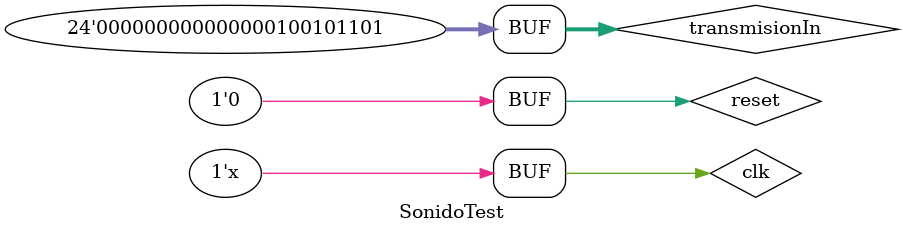
<source format=v>
`timescale 1ns / 1ps


module SonidoTest;

	// Inputs
	reg clk;

	// Outputs
	wire MCLK;
	wire LRCLK;
	wire SDIN;
	wire gnd;
	wire vcc;
	reg [23:0] transmisionIn;
	reg reset;

	// Instantiate the Unit Under Test (UUT)
	Sonido uut (
		.clk(clk), 
		.MCLK(MCLK), 
		.LRCLK(LRCLK), 
		.SDIN(SDIN), 
		.gnd(gnd), 
		.vcc(vcc),
		.transmisionIn(transmisionIn),
		.reset(reset)
	);

	initial begin
		// Initialize Inputs
		clk = 1;
		transmisionIn=0;
		reset = 1;
		#60 reset = 0;
		// Wait 100 ns for global reset to finish
		#3800 transmisionIn = 101;
		#3860 transmisionIn = 24'b100000000000000000000000;
		#3860 transmisionIn = 301;
        
		// Add stimulus here

	end
      
		always begin #10 clk = ~clk; end
endmodule


</source>
